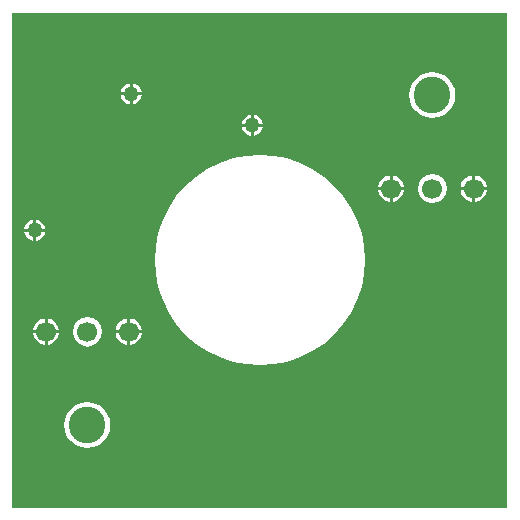
<source format=gbr>
G04 Layer_Physical_Order=2*
G04 Layer_Color=16711680*
%FSLAX26Y26*%
%MOIN*%
%TF.FileFunction,Copper,L2,Bot,Signal*%
%TF.Part,Single*%
G01*
G75*
%TA.AperFunction,ComponentPad*%
%ADD16C,0.122047*%
%ADD17C,0.066929*%
%TA.AperFunction,ViaPad*%
%ADD18C,0.050000*%
G36*
X1700000Y50000D02*
X50000D01*
Y1700000D01*
X1700000D01*
Y50000D01*
D02*
G37*
%LPC*%
G36*
X442795Y679739D02*
Y641417D01*
X481117D01*
X478738Y653376D01*
X469131Y667753D01*
X454754Y677360D01*
X442795Y679739D01*
D02*
G37*
G36*
X120000Y970000D02*
X90309D01*
X92031Y961344D01*
X99766Y949766D01*
X111344Y942031D01*
X120000Y940309D01*
Y970000D01*
D02*
G37*
G36*
X167205Y679739D02*
Y641417D01*
X205526D01*
X203147Y653376D01*
X193541Y667753D01*
X179164Y677360D01*
X167205Y679739D01*
D02*
G37*
G36*
X432795D02*
X420836Y677360D01*
X406459Y667753D01*
X396853Y653376D01*
X394474Y641417D01*
X432795D01*
Y679739D01*
D02*
G37*
G36*
X130000Y1009691D02*
Y980000D01*
X159691D01*
X157969Y988656D01*
X150234Y1000234D01*
X138656Y1007969D01*
X130000Y1009691D01*
D02*
G37*
G36*
X1450000Y1162997D02*
X1431090Y1159235D01*
X1415059Y1148524D01*
X1404347Y1132493D01*
X1400586Y1113583D01*
X1404347Y1094673D01*
X1415059Y1078642D01*
X1431090Y1067930D01*
X1450000Y1064169D01*
X1468910Y1067930D01*
X1484941Y1078642D01*
X1495653Y1094673D01*
X1499414Y1113583D01*
X1495653Y1132493D01*
X1484941Y1148524D01*
X1468910Y1159235D01*
X1450000Y1162997D01*
D02*
G37*
G36*
X159691Y970000D02*
X130000D01*
Y940309D01*
X138656Y942031D01*
X150234Y949766D01*
X157969Y961344D01*
X159691Y970000D01*
D02*
G37*
G36*
X120000Y1009691D02*
X111344Y1007969D01*
X99766Y1000234D01*
X92031Y988656D01*
X90309Y980000D01*
X120000D01*
Y1009691D01*
D02*
G37*
G36*
X300000Y685831D02*
X281090Y682070D01*
X265059Y671358D01*
X254347Y655327D01*
X250586Y636417D01*
X254347Y617507D01*
X265059Y601476D01*
X281090Y590765D01*
X300000Y587003D01*
X318910Y590765D01*
X334941Y601476D01*
X345653Y617507D01*
X349414Y636417D01*
X345653Y655327D01*
X334941Y671358D01*
X318910Y682070D01*
X300000Y685831D01*
D02*
G37*
G36*
X157205Y631417D02*
X118883D01*
X121262Y619458D01*
X130869Y605081D01*
X145246Y595475D01*
X157205Y593096D01*
Y631417D01*
D02*
G37*
G36*
X300000Y401680D02*
X280154Y399067D01*
X261660Y391406D01*
X245779Y379221D01*
X233594Y363340D01*
X225933Y344846D01*
X223320Y325000D01*
X225933Y305154D01*
X233594Y286660D01*
X245779Y270779D01*
X261660Y258594D01*
X280154Y250933D01*
X300000Y248320D01*
X319846Y250933D01*
X338340Y258594D01*
X354221Y270779D01*
X366406Y286660D01*
X374067Y305154D01*
X376680Y325000D01*
X374067Y344846D01*
X366406Y363340D01*
X354221Y379221D01*
X338340Y391406D01*
X319846Y399067D01*
X300000Y401680D01*
D02*
G37*
G36*
X875000Y1225751D02*
X829218Y1222750D01*
X784219Y1213799D01*
X740773Y1199052D01*
X699625Y1178759D01*
X661476Y1153270D01*
X626982Y1123018D01*
X596731Y1088524D01*
X571241Y1050376D01*
X550948Y1009227D01*
X536201Y965781D01*
X527250Y920782D01*
X524249Y875000D01*
X527250Y829218D01*
X536201Y784219D01*
X550948Y740773D01*
X571241Y699625D01*
X596731Y661476D01*
X626982Y626982D01*
X661476Y596731D01*
X699625Y571241D01*
X740773Y550948D01*
X784219Y536201D01*
X829218Y527250D01*
X875000Y524249D01*
X920782Y527250D01*
X965781Y536201D01*
X1009227Y550948D01*
X1050376Y571241D01*
X1088524Y596731D01*
X1123018Y626982D01*
X1153270Y661476D01*
X1178759Y699625D01*
X1199052Y740773D01*
X1213799Y784219D01*
X1222750Y829218D01*
X1225751Y875000D01*
X1222750Y920782D01*
X1213799Y965781D01*
X1199052Y1009227D01*
X1178759Y1050376D01*
X1153270Y1088524D01*
X1123018Y1123018D01*
X1088524Y1153270D01*
X1050376Y1178759D01*
X1009227Y1199052D01*
X965781Y1213799D01*
X920782Y1222750D01*
X875000Y1225751D01*
D02*
G37*
G36*
X481117Y631417D02*
X442795D01*
Y593096D01*
X454754Y595475D01*
X469131Y605081D01*
X478738Y619458D01*
X481117Y631417D01*
D02*
G37*
G36*
X157205Y679739D02*
X145246Y677360D01*
X130869Y667753D01*
X121262Y653376D01*
X118883Y641417D01*
X157205D01*
Y679739D01*
D02*
G37*
G36*
X205526Y631417D02*
X167205D01*
Y593096D01*
X179164Y595475D01*
X193541Y605081D01*
X203147Y619458D01*
X205526Y631417D01*
D02*
G37*
G36*
X432795D02*
X394474D01*
X396853Y619458D01*
X406459Y605081D01*
X420836Y595475D01*
X432795Y593096D01*
Y631417D01*
D02*
G37*
G36*
X855000Y1359691D02*
Y1330000D01*
X884691D01*
X882969Y1338656D01*
X875234Y1350234D01*
X863656Y1357969D01*
X855000Y1359691D01*
D02*
G37*
G36*
X1450000Y1501680D02*
X1430154Y1499067D01*
X1411660Y1491407D01*
X1395779Y1479221D01*
X1383593Y1463340D01*
X1375933Y1444846D01*
X1373320Y1425000D01*
X1375933Y1405154D01*
X1383593Y1386660D01*
X1395779Y1370779D01*
X1411660Y1358593D01*
X1430154Y1350933D01*
X1450000Y1348320D01*
X1469846Y1350933D01*
X1488340Y1358593D01*
X1504221Y1370779D01*
X1516407Y1386660D01*
X1524067Y1405154D01*
X1526680Y1425000D01*
X1524067Y1444846D01*
X1516407Y1463340D01*
X1504221Y1479221D01*
X1488340Y1491407D01*
X1469846Y1499067D01*
X1450000Y1501680D01*
D02*
G37*
G36*
X884691Y1320000D02*
X855000D01*
Y1290309D01*
X863656Y1292031D01*
X875234Y1299766D01*
X882969Y1311344D01*
X884691Y1320000D01*
D02*
G37*
G36*
X845000Y1359691D02*
X836344Y1357969D01*
X824766Y1350234D01*
X817031Y1338656D01*
X815309Y1330000D01*
X845000D01*
Y1359691D01*
D02*
G37*
G36*
X441000Y1463691D02*
X432344Y1461969D01*
X420766Y1454234D01*
X413031Y1442656D01*
X411309Y1434000D01*
X441000D01*
Y1463691D01*
D02*
G37*
G36*
X451000D02*
Y1434000D01*
X480691D01*
X478969Y1442656D01*
X471234Y1454234D01*
X459656Y1461969D01*
X451000Y1463691D01*
D02*
G37*
G36*
X441000Y1424000D02*
X411309D01*
X413031Y1415344D01*
X420766Y1403766D01*
X432344Y1396031D01*
X441000Y1394309D01*
Y1424000D01*
D02*
G37*
G36*
X480691D02*
X451000D01*
Y1394309D01*
X459656Y1396031D01*
X471234Y1403766D01*
X478969Y1415344D01*
X480691Y1424000D01*
D02*
G37*
G36*
X845000Y1320000D02*
X815309D01*
X817031Y1311344D01*
X824766Y1299766D01*
X836344Y1292031D01*
X845000Y1290309D01*
Y1320000D01*
D02*
G37*
G36*
X1582795Y1108583D02*
X1544474D01*
X1546853Y1096624D01*
X1556459Y1082247D01*
X1570836Y1072640D01*
X1582795Y1070261D01*
Y1108583D01*
D02*
G37*
G36*
X1355526D02*
X1317205D01*
Y1070261D01*
X1329164Y1072640D01*
X1343541Y1082247D01*
X1353147Y1096624D01*
X1355526Y1108583D01*
D02*
G37*
G36*
X1307205D02*
X1268883D01*
X1271262Y1096624D01*
X1280869Y1082247D01*
X1295246Y1072640D01*
X1307205Y1070261D01*
Y1108583D01*
D02*
G37*
G36*
X1631117D02*
X1592795D01*
Y1070261D01*
X1604754Y1072640D01*
X1619131Y1082247D01*
X1628738Y1096624D01*
X1631117Y1108583D01*
D02*
G37*
G36*
X1592795Y1156904D02*
Y1118583D01*
X1631117D01*
X1628738Y1130542D01*
X1619131Y1144919D01*
X1604754Y1154525D01*
X1592795Y1156904D01*
D02*
G37*
G36*
X1317205Y1156904D02*
Y1118583D01*
X1355526D01*
X1353147Y1130542D01*
X1343541Y1144919D01*
X1329164Y1154525D01*
X1317205Y1156904D01*
D02*
G37*
G36*
X1307205Y1156904D02*
X1295246Y1154525D01*
X1280869Y1144919D01*
X1271262Y1130542D01*
X1268883Y1118583D01*
X1307205D01*
Y1156904D01*
D02*
G37*
G36*
X1582795Y1156904D02*
X1570836Y1154525D01*
X1556459Y1144919D01*
X1546853Y1130542D01*
X1544474Y1118583D01*
X1582795D01*
Y1156904D01*
D02*
G37*
%LPD*%
D16*
X1450000Y1425000D02*
D03*
X300000Y325000D02*
D03*
D17*
X1312205Y1113583D02*
D03*
X1450000D02*
D03*
X1587795D02*
D03*
X437795Y636417D02*
D03*
X300000D02*
D03*
X162205D02*
D03*
D18*
X125000Y975000D02*
D03*
X446000Y1429000D02*
D03*
X850000Y1325000D02*
D03*
%TF.MD5,b192d5084e07069b3b5113dd2c7a4d13*%
M02*

</source>
